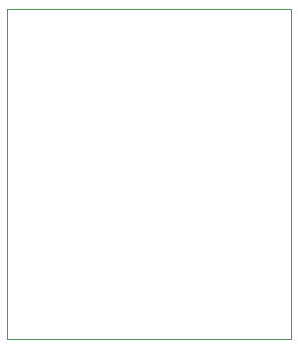
<source format=gbr>
%TF.GenerationSoftware,KiCad,Pcbnew,9.0.2*%
%TF.CreationDate,2025-12-17T16:44:21-05:00*%
%TF.ProjectId,Quectel_l96_Carrier_Board,51756563-7465-46c5-9f6c-39365f436172,rev?*%
%TF.SameCoordinates,Original*%
%TF.FileFunction,Profile,NP*%
%FSLAX46Y46*%
G04 Gerber Fmt 4.6, Leading zero omitted, Abs format (unit mm)*
G04 Created by KiCad (PCBNEW 9.0.2) date 2025-12-17 16:44:21*
%MOMM*%
%LPD*%
G01*
G04 APERTURE LIST*
%TA.AperFunction,Profile*%
%ADD10C,0.050000*%
%TD*%
G04 APERTURE END LIST*
D10*
X124000000Y-33000000D02*
X148000000Y-33000000D01*
X148000000Y-61000000D01*
X124000000Y-61000000D01*
X124000000Y-33000000D01*
M02*

</source>
